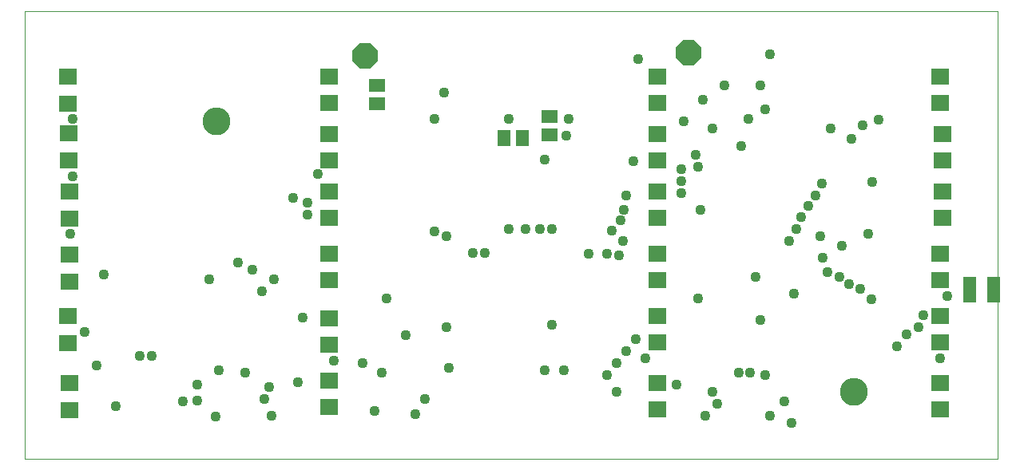
<source format=gts>
G75*
%MOIN*%
%OFA0B0*%
%FSLAX25Y25*%
%IPPOS*%
%LPD*%
%AMOC8*
5,1,8,0,0,1.08239X$1,22.5*
%
%ADD10C,0.00000*%
%ADD11R,0.06506X0.05718*%
%ADD12R,0.07698X0.06899*%
%ADD13R,0.05718X0.06899*%
%ADD14OC8,0.10600*%
%ADD15C,0.11624*%
%ADD16R,0.05600X0.10600*%
%ADD17C,0.04362*%
D10*
X0001800Y0001100D02*
X0001800Y0188061D01*
X0407901Y0188061D01*
X0407961Y0188101D02*
X0408039Y0001000D01*
X0408001Y0001000D02*
X0001800Y0001100D01*
X0076288Y0142100D02*
X0076290Y0142248D01*
X0076296Y0142396D01*
X0076306Y0142544D01*
X0076320Y0142691D01*
X0076338Y0142838D01*
X0076359Y0142984D01*
X0076385Y0143130D01*
X0076415Y0143275D01*
X0076448Y0143419D01*
X0076486Y0143562D01*
X0076527Y0143704D01*
X0076572Y0143845D01*
X0076620Y0143985D01*
X0076673Y0144124D01*
X0076729Y0144261D01*
X0076789Y0144396D01*
X0076852Y0144530D01*
X0076919Y0144662D01*
X0076990Y0144792D01*
X0077064Y0144920D01*
X0077141Y0145046D01*
X0077222Y0145170D01*
X0077306Y0145292D01*
X0077393Y0145411D01*
X0077484Y0145528D01*
X0077578Y0145643D01*
X0077674Y0145755D01*
X0077774Y0145865D01*
X0077876Y0145971D01*
X0077982Y0146075D01*
X0078090Y0146176D01*
X0078201Y0146274D01*
X0078314Y0146370D01*
X0078430Y0146462D01*
X0078548Y0146551D01*
X0078669Y0146636D01*
X0078792Y0146719D01*
X0078917Y0146798D01*
X0079044Y0146874D01*
X0079173Y0146946D01*
X0079304Y0147015D01*
X0079437Y0147080D01*
X0079572Y0147141D01*
X0079708Y0147199D01*
X0079845Y0147254D01*
X0079984Y0147304D01*
X0080125Y0147351D01*
X0080266Y0147394D01*
X0080409Y0147434D01*
X0080553Y0147469D01*
X0080697Y0147501D01*
X0080843Y0147528D01*
X0080989Y0147552D01*
X0081136Y0147572D01*
X0081283Y0147588D01*
X0081430Y0147600D01*
X0081578Y0147608D01*
X0081726Y0147612D01*
X0081874Y0147612D01*
X0082022Y0147608D01*
X0082170Y0147600D01*
X0082317Y0147588D01*
X0082464Y0147572D01*
X0082611Y0147552D01*
X0082757Y0147528D01*
X0082903Y0147501D01*
X0083047Y0147469D01*
X0083191Y0147434D01*
X0083334Y0147394D01*
X0083475Y0147351D01*
X0083616Y0147304D01*
X0083755Y0147254D01*
X0083892Y0147199D01*
X0084028Y0147141D01*
X0084163Y0147080D01*
X0084296Y0147015D01*
X0084427Y0146946D01*
X0084556Y0146874D01*
X0084683Y0146798D01*
X0084808Y0146719D01*
X0084931Y0146636D01*
X0085052Y0146551D01*
X0085170Y0146462D01*
X0085286Y0146370D01*
X0085399Y0146274D01*
X0085510Y0146176D01*
X0085618Y0146075D01*
X0085724Y0145971D01*
X0085826Y0145865D01*
X0085926Y0145755D01*
X0086022Y0145643D01*
X0086116Y0145528D01*
X0086207Y0145411D01*
X0086294Y0145292D01*
X0086378Y0145170D01*
X0086459Y0145046D01*
X0086536Y0144920D01*
X0086610Y0144792D01*
X0086681Y0144662D01*
X0086748Y0144530D01*
X0086811Y0144396D01*
X0086871Y0144261D01*
X0086927Y0144124D01*
X0086980Y0143985D01*
X0087028Y0143845D01*
X0087073Y0143704D01*
X0087114Y0143562D01*
X0087152Y0143419D01*
X0087185Y0143275D01*
X0087215Y0143130D01*
X0087241Y0142984D01*
X0087262Y0142838D01*
X0087280Y0142691D01*
X0087294Y0142544D01*
X0087304Y0142396D01*
X0087310Y0142248D01*
X0087312Y0142100D01*
X0087310Y0141952D01*
X0087304Y0141804D01*
X0087294Y0141656D01*
X0087280Y0141509D01*
X0087262Y0141362D01*
X0087241Y0141216D01*
X0087215Y0141070D01*
X0087185Y0140925D01*
X0087152Y0140781D01*
X0087114Y0140638D01*
X0087073Y0140496D01*
X0087028Y0140355D01*
X0086980Y0140215D01*
X0086927Y0140076D01*
X0086871Y0139939D01*
X0086811Y0139804D01*
X0086748Y0139670D01*
X0086681Y0139538D01*
X0086610Y0139408D01*
X0086536Y0139280D01*
X0086459Y0139154D01*
X0086378Y0139030D01*
X0086294Y0138908D01*
X0086207Y0138789D01*
X0086116Y0138672D01*
X0086022Y0138557D01*
X0085926Y0138445D01*
X0085826Y0138335D01*
X0085724Y0138229D01*
X0085618Y0138125D01*
X0085510Y0138024D01*
X0085399Y0137926D01*
X0085286Y0137830D01*
X0085170Y0137738D01*
X0085052Y0137649D01*
X0084931Y0137564D01*
X0084808Y0137481D01*
X0084683Y0137402D01*
X0084556Y0137326D01*
X0084427Y0137254D01*
X0084296Y0137185D01*
X0084163Y0137120D01*
X0084028Y0137059D01*
X0083892Y0137001D01*
X0083755Y0136946D01*
X0083616Y0136896D01*
X0083475Y0136849D01*
X0083334Y0136806D01*
X0083191Y0136766D01*
X0083047Y0136731D01*
X0082903Y0136699D01*
X0082757Y0136672D01*
X0082611Y0136648D01*
X0082464Y0136628D01*
X0082317Y0136612D01*
X0082170Y0136600D01*
X0082022Y0136592D01*
X0081874Y0136588D01*
X0081726Y0136588D01*
X0081578Y0136592D01*
X0081430Y0136600D01*
X0081283Y0136612D01*
X0081136Y0136628D01*
X0080989Y0136648D01*
X0080843Y0136672D01*
X0080697Y0136699D01*
X0080553Y0136731D01*
X0080409Y0136766D01*
X0080266Y0136806D01*
X0080125Y0136849D01*
X0079984Y0136896D01*
X0079845Y0136946D01*
X0079708Y0137001D01*
X0079572Y0137059D01*
X0079437Y0137120D01*
X0079304Y0137185D01*
X0079173Y0137254D01*
X0079044Y0137326D01*
X0078917Y0137402D01*
X0078792Y0137481D01*
X0078669Y0137564D01*
X0078548Y0137649D01*
X0078430Y0137738D01*
X0078314Y0137830D01*
X0078201Y0137926D01*
X0078090Y0138024D01*
X0077982Y0138125D01*
X0077876Y0138229D01*
X0077774Y0138335D01*
X0077674Y0138445D01*
X0077578Y0138557D01*
X0077484Y0138672D01*
X0077393Y0138789D01*
X0077306Y0138908D01*
X0077222Y0139030D01*
X0077141Y0139154D01*
X0077064Y0139280D01*
X0076990Y0139408D01*
X0076919Y0139538D01*
X0076852Y0139670D01*
X0076789Y0139804D01*
X0076729Y0139939D01*
X0076673Y0140076D01*
X0076620Y0140215D01*
X0076572Y0140355D01*
X0076527Y0140496D01*
X0076486Y0140638D01*
X0076448Y0140781D01*
X0076415Y0140925D01*
X0076385Y0141070D01*
X0076359Y0141216D01*
X0076338Y0141362D01*
X0076320Y0141509D01*
X0076306Y0141656D01*
X0076296Y0141804D01*
X0076290Y0141952D01*
X0076288Y0142100D01*
X0342288Y0029000D02*
X0342290Y0029148D01*
X0342296Y0029296D01*
X0342306Y0029444D01*
X0342320Y0029591D01*
X0342338Y0029738D01*
X0342359Y0029884D01*
X0342385Y0030030D01*
X0342415Y0030175D01*
X0342448Y0030319D01*
X0342486Y0030462D01*
X0342527Y0030604D01*
X0342572Y0030745D01*
X0342620Y0030885D01*
X0342673Y0031024D01*
X0342729Y0031161D01*
X0342789Y0031296D01*
X0342852Y0031430D01*
X0342919Y0031562D01*
X0342990Y0031692D01*
X0343064Y0031820D01*
X0343141Y0031946D01*
X0343222Y0032070D01*
X0343306Y0032192D01*
X0343393Y0032311D01*
X0343484Y0032428D01*
X0343578Y0032543D01*
X0343674Y0032655D01*
X0343774Y0032765D01*
X0343876Y0032871D01*
X0343982Y0032975D01*
X0344090Y0033076D01*
X0344201Y0033174D01*
X0344314Y0033270D01*
X0344430Y0033362D01*
X0344548Y0033451D01*
X0344669Y0033536D01*
X0344792Y0033619D01*
X0344917Y0033698D01*
X0345044Y0033774D01*
X0345173Y0033846D01*
X0345304Y0033915D01*
X0345437Y0033980D01*
X0345572Y0034041D01*
X0345708Y0034099D01*
X0345845Y0034154D01*
X0345984Y0034204D01*
X0346125Y0034251D01*
X0346266Y0034294D01*
X0346409Y0034334D01*
X0346553Y0034369D01*
X0346697Y0034401D01*
X0346843Y0034428D01*
X0346989Y0034452D01*
X0347136Y0034472D01*
X0347283Y0034488D01*
X0347430Y0034500D01*
X0347578Y0034508D01*
X0347726Y0034512D01*
X0347874Y0034512D01*
X0348022Y0034508D01*
X0348170Y0034500D01*
X0348317Y0034488D01*
X0348464Y0034472D01*
X0348611Y0034452D01*
X0348757Y0034428D01*
X0348903Y0034401D01*
X0349047Y0034369D01*
X0349191Y0034334D01*
X0349334Y0034294D01*
X0349475Y0034251D01*
X0349616Y0034204D01*
X0349755Y0034154D01*
X0349892Y0034099D01*
X0350028Y0034041D01*
X0350163Y0033980D01*
X0350296Y0033915D01*
X0350427Y0033846D01*
X0350556Y0033774D01*
X0350683Y0033698D01*
X0350808Y0033619D01*
X0350931Y0033536D01*
X0351052Y0033451D01*
X0351170Y0033362D01*
X0351286Y0033270D01*
X0351399Y0033174D01*
X0351510Y0033076D01*
X0351618Y0032975D01*
X0351724Y0032871D01*
X0351826Y0032765D01*
X0351926Y0032655D01*
X0352022Y0032543D01*
X0352116Y0032428D01*
X0352207Y0032311D01*
X0352294Y0032192D01*
X0352378Y0032070D01*
X0352459Y0031946D01*
X0352536Y0031820D01*
X0352610Y0031692D01*
X0352681Y0031562D01*
X0352748Y0031430D01*
X0352811Y0031296D01*
X0352871Y0031161D01*
X0352927Y0031024D01*
X0352980Y0030885D01*
X0353028Y0030745D01*
X0353073Y0030604D01*
X0353114Y0030462D01*
X0353152Y0030319D01*
X0353185Y0030175D01*
X0353215Y0030030D01*
X0353241Y0029884D01*
X0353262Y0029738D01*
X0353280Y0029591D01*
X0353294Y0029444D01*
X0353304Y0029296D01*
X0353310Y0029148D01*
X0353312Y0029000D01*
X0353310Y0028852D01*
X0353304Y0028704D01*
X0353294Y0028556D01*
X0353280Y0028409D01*
X0353262Y0028262D01*
X0353241Y0028116D01*
X0353215Y0027970D01*
X0353185Y0027825D01*
X0353152Y0027681D01*
X0353114Y0027538D01*
X0353073Y0027396D01*
X0353028Y0027255D01*
X0352980Y0027115D01*
X0352927Y0026976D01*
X0352871Y0026839D01*
X0352811Y0026704D01*
X0352748Y0026570D01*
X0352681Y0026438D01*
X0352610Y0026308D01*
X0352536Y0026180D01*
X0352459Y0026054D01*
X0352378Y0025930D01*
X0352294Y0025808D01*
X0352207Y0025689D01*
X0352116Y0025572D01*
X0352022Y0025457D01*
X0351926Y0025345D01*
X0351826Y0025235D01*
X0351724Y0025129D01*
X0351618Y0025025D01*
X0351510Y0024924D01*
X0351399Y0024826D01*
X0351286Y0024730D01*
X0351170Y0024638D01*
X0351052Y0024549D01*
X0350931Y0024464D01*
X0350808Y0024381D01*
X0350683Y0024302D01*
X0350556Y0024226D01*
X0350427Y0024154D01*
X0350296Y0024085D01*
X0350163Y0024020D01*
X0350028Y0023959D01*
X0349892Y0023901D01*
X0349755Y0023846D01*
X0349616Y0023796D01*
X0349475Y0023749D01*
X0349334Y0023706D01*
X0349191Y0023666D01*
X0349047Y0023631D01*
X0348903Y0023599D01*
X0348757Y0023572D01*
X0348611Y0023548D01*
X0348464Y0023528D01*
X0348317Y0023512D01*
X0348170Y0023500D01*
X0348022Y0023492D01*
X0347874Y0023488D01*
X0347726Y0023488D01*
X0347578Y0023492D01*
X0347430Y0023500D01*
X0347283Y0023512D01*
X0347136Y0023528D01*
X0346989Y0023548D01*
X0346843Y0023572D01*
X0346697Y0023599D01*
X0346553Y0023631D01*
X0346409Y0023666D01*
X0346266Y0023706D01*
X0346125Y0023749D01*
X0345984Y0023796D01*
X0345845Y0023846D01*
X0345708Y0023901D01*
X0345572Y0023959D01*
X0345437Y0024020D01*
X0345304Y0024085D01*
X0345173Y0024154D01*
X0345044Y0024226D01*
X0344917Y0024302D01*
X0344792Y0024381D01*
X0344669Y0024464D01*
X0344548Y0024549D01*
X0344430Y0024638D01*
X0344314Y0024730D01*
X0344201Y0024826D01*
X0344090Y0024924D01*
X0343982Y0025025D01*
X0343876Y0025129D01*
X0343774Y0025235D01*
X0343674Y0025345D01*
X0343578Y0025457D01*
X0343484Y0025572D01*
X0343393Y0025689D01*
X0343306Y0025808D01*
X0343222Y0025930D01*
X0343141Y0026054D01*
X0343064Y0026180D01*
X0342990Y0026308D01*
X0342919Y0026438D01*
X0342852Y0026570D01*
X0342789Y0026704D01*
X0342729Y0026839D01*
X0342673Y0026976D01*
X0342620Y0027115D01*
X0342572Y0027255D01*
X0342527Y0027396D01*
X0342486Y0027538D01*
X0342448Y0027681D01*
X0342415Y0027825D01*
X0342385Y0027970D01*
X0342359Y0028116D01*
X0342338Y0028262D01*
X0342320Y0028409D01*
X0342306Y0028556D01*
X0342296Y0028704D01*
X0342290Y0028852D01*
X0342288Y0029000D01*
D11*
X0220800Y0136360D03*
X0220800Y0143840D03*
X0148800Y0149360D03*
X0148800Y0156840D03*
D12*
X0128800Y0160698D03*
X0128800Y0149502D03*
X0128800Y0136698D03*
X0128800Y0125502D03*
X0128800Y0112698D03*
X0128800Y0101502D03*
X0128800Y0086698D03*
X0128800Y0075502D03*
X0128800Y0059698D03*
X0128800Y0048502D03*
X0128800Y0033698D03*
X0128800Y0022502D03*
X0020600Y0021302D03*
X0020600Y0032498D03*
X0020000Y0049402D03*
X0020000Y0060598D03*
X0020500Y0075102D03*
X0020500Y0086298D03*
X0020500Y0101302D03*
X0020500Y0112498D03*
X0020400Y0125802D03*
X0020400Y0136998D03*
X0020000Y0149402D03*
X0020000Y0160598D03*
X0265800Y0160698D03*
X0265800Y0149502D03*
X0265800Y0136698D03*
X0265800Y0125502D03*
X0265800Y0112698D03*
X0265800Y0101502D03*
X0265800Y0086698D03*
X0265800Y0075502D03*
X0265800Y0060698D03*
X0265800Y0049502D03*
X0265800Y0032698D03*
X0265800Y0021502D03*
X0383800Y0021502D03*
X0383800Y0032698D03*
X0383800Y0049502D03*
X0383800Y0060698D03*
X0383800Y0075502D03*
X0383800Y0086698D03*
X0384800Y0101502D03*
X0384800Y0112698D03*
X0384800Y0125502D03*
X0384800Y0136698D03*
X0383800Y0149502D03*
X0383800Y0160698D03*
D13*
X0209540Y0135100D03*
X0202060Y0135100D03*
D14*
X0143800Y0169300D03*
X0278800Y0170700D03*
D15*
X0081800Y0142100D03*
X0347800Y0029000D03*
D16*
X0396200Y0071700D03*
X0406200Y0071700D03*
D17*
X0386800Y0069100D03*
X0376800Y0061100D03*
X0374800Y0056100D03*
X0369800Y0053100D03*
X0365800Y0048100D03*
X0383800Y0043100D03*
X0355400Y0067600D03*
X0350500Y0071900D03*
X0345800Y0074100D03*
X0341800Y0077100D03*
X0336800Y0079100D03*
X0334800Y0085100D03*
X0342800Y0090100D03*
X0333900Y0094100D03*
X0323800Y0097100D03*
X0325800Y0102100D03*
X0328800Y0106600D03*
X0331800Y0111100D03*
X0334700Y0116100D03*
X0355600Y0116800D03*
X0346900Y0134500D03*
X0338400Y0138900D03*
X0351600Y0140400D03*
X0358200Y0142800D03*
X0310800Y0147100D03*
X0303800Y0143100D03*
X0288800Y0139100D03*
X0276800Y0142100D03*
X0284800Y0151100D03*
X0293800Y0157100D03*
X0308800Y0157100D03*
X0312800Y0170100D03*
X0257800Y0168100D03*
X0228800Y0143100D03*
X0227800Y0136100D03*
X0218800Y0126100D03*
X0252800Y0111100D03*
X0252000Y0105100D03*
X0250600Y0100500D03*
X0246900Y0096400D03*
X0251600Y0092000D03*
X0249800Y0086100D03*
X0244800Y0086700D03*
X0237120Y0086780D03*
X0221800Y0097100D03*
X0216800Y0097100D03*
X0210800Y0097100D03*
X0203800Y0097100D03*
X0193800Y0087100D03*
X0188800Y0087100D03*
X0177800Y0094100D03*
X0172800Y0096100D03*
X0119800Y0103100D03*
X0119800Y0108100D03*
X0113800Y0110100D03*
X0124400Y0119900D03*
X0172800Y0143100D03*
X0176800Y0154100D03*
X0203800Y0143100D03*
X0256000Y0125200D03*
X0275800Y0122100D03*
X0282800Y0123100D03*
X0281800Y0128100D03*
X0300800Y0131500D03*
X0275800Y0117100D03*
X0275800Y0112100D03*
X0283800Y0105100D03*
X0320800Y0092100D03*
X0306800Y0077100D03*
X0322800Y0070100D03*
X0308800Y0059100D03*
X0282800Y0068100D03*
X0256800Y0051100D03*
X0252800Y0046100D03*
X0260800Y0043100D03*
X0248800Y0041100D03*
X0244800Y0036100D03*
X0248800Y0029100D03*
X0226800Y0038100D03*
X0218800Y0038100D03*
X0221800Y0057100D03*
X0177800Y0056100D03*
X0160900Y0052800D03*
X0142800Y0041100D03*
X0150800Y0037100D03*
X0130800Y0042100D03*
X0115800Y0033100D03*
X0103800Y0031100D03*
X0101800Y0026100D03*
X0104800Y0019100D03*
X0081600Y0018800D03*
X0074000Y0025400D03*
X0067800Y0025100D03*
X0073800Y0032100D03*
X0082800Y0038100D03*
X0093800Y0037100D03*
X0054800Y0044100D03*
X0049800Y0044100D03*
X0031800Y0040100D03*
X0026800Y0054100D03*
X0034800Y0078100D03*
X0020800Y0095100D03*
X0021800Y0119100D03*
X0021800Y0143100D03*
X0090800Y0083100D03*
X0096800Y0080100D03*
X0105800Y0076100D03*
X0100800Y0071100D03*
X0078800Y0076100D03*
X0117800Y0060100D03*
X0152800Y0068100D03*
X0178800Y0039100D03*
X0168800Y0026100D03*
X0164800Y0019500D03*
X0147800Y0021100D03*
X0039800Y0023100D03*
X0273800Y0032100D03*
X0288800Y0029100D03*
X0291000Y0024100D03*
X0285800Y0019100D03*
X0312800Y0019100D03*
X0321800Y0016100D03*
X0318800Y0025100D03*
X0310800Y0036100D03*
X0304600Y0037100D03*
X0299800Y0037100D03*
X0353800Y0095100D03*
M02*

</source>
